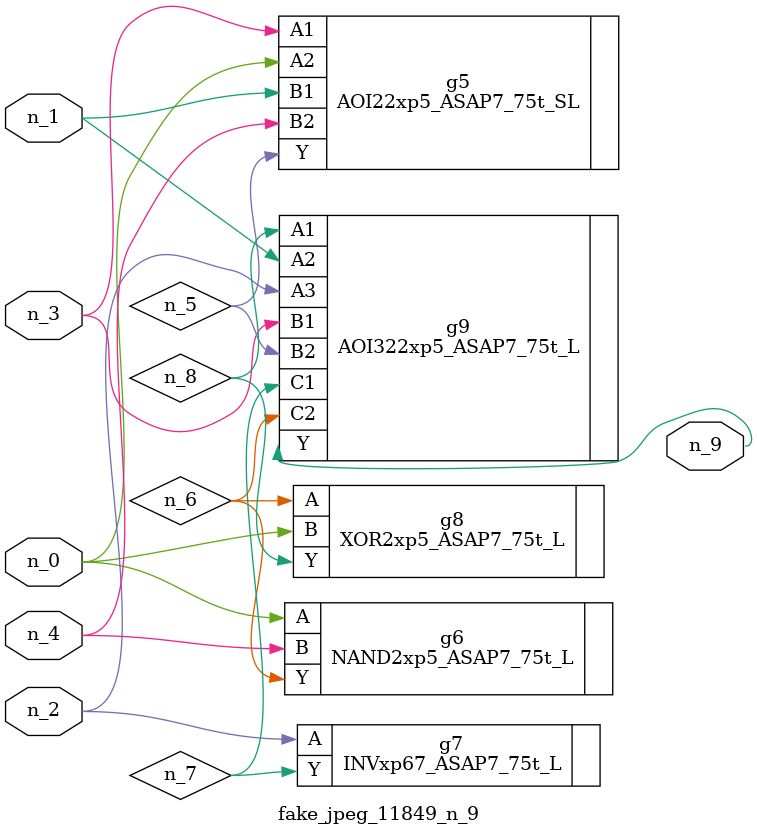
<source format=v>
module fake_jpeg_11849_n_9 (n_3, n_2, n_1, n_0, n_4, n_9);

input n_3;
input n_2;
input n_1;
input n_0;
input n_4;

output n_9;

wire n_8;
wire n_6;
wire n_5;
wire n_7;

AOI22xp5_ASAP7_75t_SL g5 ( 
.A1(n_3),
.A2(n_0),
.B1(n_1),
.B2(n_4),
.Y(n_5)
);

NAND2xp5_ASAP7_75t_L g6 ( 
.A(n_0),
.B(n_4),
.Y(n_6)
);

INVxp67_ASAP7_75t_L g7 ( 
.A(n_2),
.Y(n_7)
);

XOR2xp5_ASAP7_75t_L g8 ( 
.A(n_6),
.B(n_0),
.Y(n_8)
);

AOI322xp5_ASAP7_75t_L g9 ( 
.A1(n_8),
.A2(n_1),
.A3(n_2),
.B1(n_3),
.B2(n_5),
.C1(n_7),
.C2(n_6),
.Y(n_9)
);


endmodule
</source>
